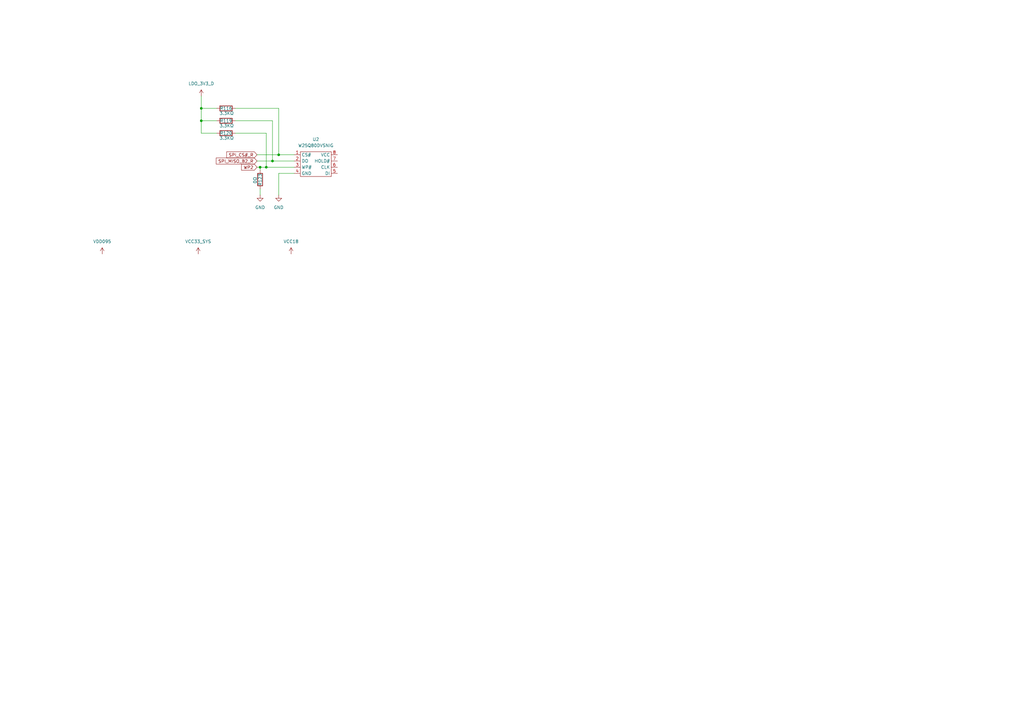
<source format=kicad_sch>
(kicad_sch (version 20250114) (generator "eeschema") (generator_version "9.0")
  (paper "A3")
  (lib_symbols
    (symbol "Device:R" (pin_numbers (hide yes)) (pin_names (offset 0))
      (property "Reference" "R" (at 2.032 0 90))
      (property "Value" "R" (at 0 0 90))
      (symbol "R_0_1"
        (rectangle (start -1.016 -2.54) (end 1.016 2.54) (stroke (width 0.254)))
      )
      (symbol "R_1_1"
        (pin passive line (at 0 3.81 270) (length 1.27) (name "~") (number "1"))
        (pin passive line (at 0 -3.81 90) (length 1.27) (name "~") (number "2"))
      )
    )
    (symbol "egpulib:W25Q80DVSNIG"
      (property "Reference" "U" (at 0 0 0))
      (property "Value" "W25Q80DVSNIG" (at 0 -12.446 0))
      (symbol "W25Q80DVSNIG_0_1"
        (rectangle (start -6.35 -1.27) (end 6.35 -11.43))
      )
      (symbol "W25Q80DVSNIG_1_1"
        (pin input line (at -8.89 -2.54 0) (length 2.54) (name "CS#") (number "1"))
        (pin output line (at -8.89 -5.08 0) (length 2.54) (name "DO") (number "2"))
        (pin input line (at -8.89 -7.62 0) (length 2.54) (name "WP#") (number "3"))
        (pin power_in line (at -8.89 -10.16 0) (length 2.54) (name "GND") (number "4"))
        (pin power_in line (at 8.89 -2.54 180) (length 2.54) (name "VCC") (number "8"))
        (pin input line (at 8.89 -5.08 180) (length 2.54) (name "HOLD#") (number "7"))
        (pin input line (at 8.89 -7.62 180) (length 2.54) (name "CLK") (number "6"))
        (pin input line (at 8.89 -10.16 180) (length 2.54) (name "DI") (number "5"))
      )
    )
    (symbol "power:+3.3VA" (power) (pin_numbers (hide yes)) (pin_names (offset 0) (hide yes))
      (property "Value" "+3.3VA" (at 0 3.556 0))
      (symbol "+3.3VA_0_1"
        (polyline (pts (xy -0.762 1.27) (xy 0 2.54)))
        (polyline (pts (xy 0 2.54) (xy 0.762 1.27)))
        (polyline (pts (xy 0 0) (xy 0 2.54)))
      )
      (symbol "+3.3VA_1_1"
        (pin power_in line (at 0 0 90) (length 0) (name "~") (number "1"))
      )
    )
    (symbol "power:GND" (power) (pin_numbers (hide yes)) (pin_names (offset 0) (hide yes))
      (property "Value" "GND" (at 0 -3.81 0))
      (symbol "GND_0_1"
        (polyline (pts (xy 0 0) (xy 0 -1.27) (xy 1.27 -1.27) (xy 0 -2.54) (xy -1.27 -1.27) (xy 0 -1.27)))
      )
      (symbol "GND_1_1"
        (pin power_in line (at 0 0 270) (length 0) (name "~") (number "1"))
      )
    )
    (symbol "power:VDD" (power) (pin_numbers (hide yes)) (pin_names (offset 0) (hide yes))
      (property "Value" "VDD" (at 0 3.556 0))
      (symbol "VDD_0_1"
        (polyline (pts (xy -0.762 1.27) (xy 0 2.54)))
        (polyline (pts (xy 0 2.54) (xy 0.762 1.27)))
        (polyline (pts (xy 0 0) (xy 0 2.54)))
      )
      (symbol "VDD_1_1"
        (pin power_in line (at 0 0 90) (length 0) (name "~") (number "1"))
      )
    )
  )
  (junction (at 114.3 63.5))
  (junction (at 82.55 49.53))
  (junction (at 106.68 68.58))
  (junction (at 109.22 68.58))
  (junction (at 82.55 44.45))
  (junction (at 111.76 66.04))
  (wire (pts (xy 105.41 66.04) (xy 111.76 66.04)))
  (wire (pts (xy 105.41 68.58) (xy 106.68 68.58)))
  (wire (pts (xy 82.55 39.37) (xy 82.55 44.45)))
  (wire (pts (xy 88.9 54.61) (xy 82.55 54.61)))
  (wire (pts (xy 109.22 54.61) (xy 109.22 68.58)))
  (wire (pts (xy 96.52 44.45) (xy 114.3 44.45)))
  (wire (pts (xy 114.3 44.45) (xy 114.3 63.5)))
  (wire (pts (xy 106.68 68.58) (xy 109.22 68.58)))
  (wire (pts (xy 82.55 49.53) (xy 82.55 54.61)))
  (wire (pts (xy 88.9 49.53) (xy 82.55 49.53)))
  (wire (pts (xy 106.68 68.58) (xy 106.68 69.85)))
  (wire (pts (xy 111.76 49.53) (xy 111.76 66.04)))
  (wire (pts (xy 109.22 68.58) (xy 120.65 68.58)))
  (wire (pts (xy 105.41 63.5) (xy 114.3 63.5)))
  (wire (pts (xy 96.52 54.61) (xy 109.22 54.61)))
  (wire (pts (xy 120.65 71.12) (xy 114.3 71.12)))
  (wire (pts (xy 114.3 71.12) (xy 114.3 80.01)))
  (wire (pts (xy 114.3 63.5) (xy 120.65 63.5)))
  (wire (pts (xy 96.52 49.53) (xy 111.76 49.53)))
  (wire (pts (xy 111.76 66.04) (xy 120.65 66.04)))
  (wire (pts (xy 82.55 44.45) (xy 88.9 44.45)))
  (wire (pts (xy 106.68 77.47) (xy 106.68 80.01)))
  (wire (pts (xy 82.55 44.45) (xy 82.55 49.53)))
  (global_label "SPI_MISO_B2_R" (shape input) (at 105.41 66.04 180) (property "Intersheetrefs" "${INTERSHEET_REFS}" (effects (hide yes))))
  (global_label "WP2" (shape input) (at 105.41 68.58 180) (property "Intersheetrefs" "${INTERSHEET_REFS}" (effects (hide yes))))
  (global_label "SPI_CS#_R" (shape input) (at 105.41 63.5 180) (property "Intersheetrefs" "${INTERSHEET_REFS}" (effects (hide yes))))
  (symbol (lib_id "power:GND") (at 106.68 80.01 0) (unit 1)
    (property "Reference" "#PWR0166" (effects (hide yes)))
    (property "Value" "GND" (at 106.68 85.09 0))
    (property "Description" "Power symbol creates a global label with name \"GND\" , ground" (effects (hide yes)))
  )
  (symbol (lib_id "Device:R") (at 92.71 54.61 90) (unit 1)
    (property "Reference" "R120" (at 92.71 54.61 90))
    (property "Value" "3.3KΩ" (at 92.964 56.642 90))
    (property "Footprint" "Resistor_SMD:R_0402_1005Metric" (effects (hide yes)))
    (property "Description" "Resistor" (effects (hide yes)))
  )
  (symbol (lib_id "Device:R") (at 92.71 44.45 90) (unit 1)
    (property "Reference" "R116" (at 92.71 44.45 90))
    (property "Value" "3.3KΩ" (at 92.964 46.482 90))
    (property "Footprint" "Resistor_SMD:R_0402_1005Metric" (effects (hide yes)))
    (property "Description" "Resistor" (effects (hide yes)))
  )
  (symbol (lib_id "power:+3.3VA") (at 82.55 39.37 0) (unit 1)
    (property "Reference" "#PWR0165" (effects (hide yes)))
    (property "Value" "LDO_3V3_D" (at 82.55 34.29 0))
    (property "Description" "Power symbol creates a global label with name \"+3.3VA\"" (effects (hide yes)))
  )
  (symbol (lib_id "power:VDD") (at 41.91 104.14 0) (unit 1)
    (property "Reference" "#PWR0161" (effects (hide yes)))
    (property "Value" "VDD095" (at 41.91 99.06 0))
    (property "Description" "Power symbol creates a global label with name \"VDD\"" (effects (hide yes)))
  )
  (symbol (lib_id "power:+3.3VA") (at 119.38 104.14 0) (unit 1)
    (property "Reference" "#PWR0164" (effects (hide yes)))
    (property "Value" "VCC18" (at 119.38 99.06 0))
    (property "Description" "Power symbol creates a global label with name \"+3.3VA\"" (effects (hide yes)))
  )
  (symbol (lib_id "power:+3.3VA") (at 81.28 104.14 0) (unit 1)
    (property "Reference" "#PWR0163" (effects (hide yes)))
    (property "Value" "VCC33_SYS" (at 81.28 99.06 0))
    (property "Description" "Power symbol creates a global label with name \"+3.3VA\"" (effects (hide yes)))
  )
  (symbol (lib_id "power:GND") (at 114.3 80.01 0) (unit 1)
    (property "Reference" "#PWR0162" (effects (hide yes)))
    (property "Value" "GND" (at 114.3 85.09 0))
    (property "Description" "Power symbol creates a global label with name \"GND\" , ground" (effects (hide yes)))
  )
  (symbol (lib_id "egpulib:W25Q80DVSNIG") (at 129.54 60.96 0) (unit 1)
    (property "Reference" "U2" (at 129.54 57.15 0))
    (property "Value" "W25Q80DVSNIG" (at 129.54 59.69 0))
    (property "Footprint" "Package_SO:SOIC-8_3.9x4.9mm_P1.27mm" (effects (hide yes)))
  )
  (symbol (lib_id "Device:R") (at 106.68 73.66 0) (unit 1)
    (property "Reference" "R123" (at 106.68 73.66 90))
    (property "Value" "0Ω" (at 104.648 73.914 90))
    (property "Footprint" "Resistor_SMD:R_0402_1005Metric" (effects (hide yes)))
    (property "Description" "Resistor" (effects (hide yes)))
  )
  (symbol (lib_id "Device:R") (at 92.71 49.53 90) (unit 1)
    (property "Reference" "R119" (at 92.71 49.53 90))
    (property "Value" "3.3KΩ" (at 92.964 51.562 90))
    (property "Footprint" "Resistor_SMD:R_0402_1005Metric" (effects (hide yes)))
    (property "Description" "Resistor" (effects (hide yes)))
  )
)
</source>
